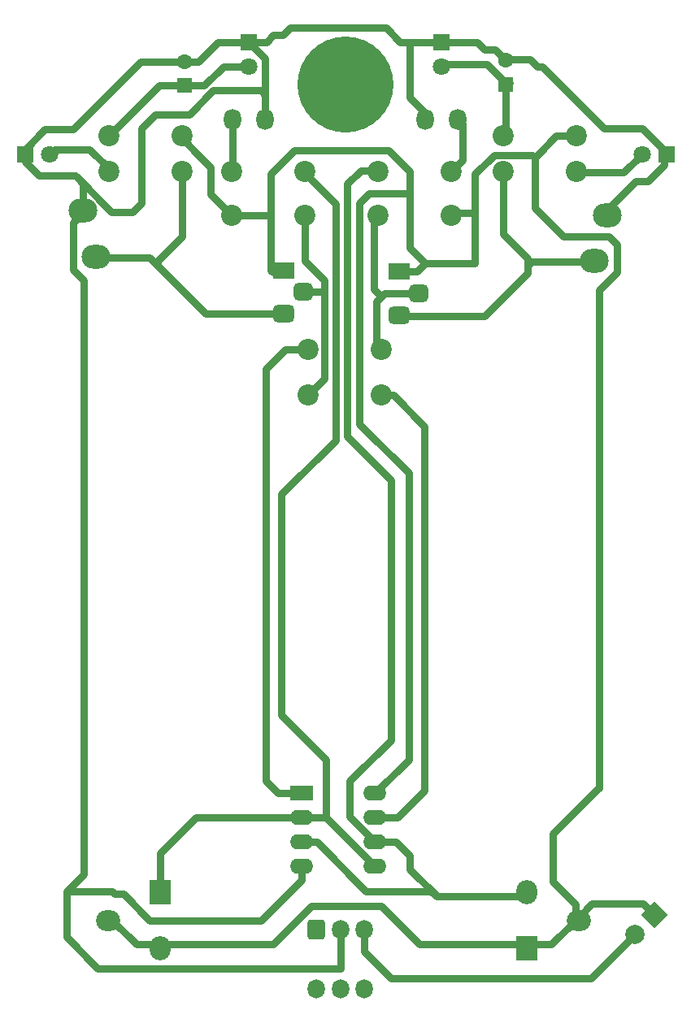
<source format=gbr>
%TF.GenerationSoftware,KiCad,Pcbnew,8.0.2*%
%TF.CreationDate,2024-05-30T02:19:43-04:00*%
%TF.ProjectId,Line-following-learn-to-solder-kit,4c696e65-2d66-46f6-9c6c-6f77696e672d,0*%
%TF.SameCoordinates,Original*%
%TF.FileFunction,Copper,L2,Bot*%
%TF.FilePolarity,Positive*%
%FSLAX46Y46*%
G04 Gerber Fmt 4.6, Leading zero omitted, Abs format (unit mm)*
G04 Created by KiCad (PCBNEW 8.0.2) date 2024-05-30 02:19:43*
%MOMM*%
%LPD*%
G01*
G04 APERTURE LIST*
G04 Aperture macros list*
%AMRoundRect*
0 Rectangle with rounded corners*
0 $1 Rounding radius*
0 $2 $3 $4 $5 $6 $7 $8 $9 X,Y pos of 4 corners*
0 Add a 4 corners polygon primitive as box body*
4,1,4,$2,$3,$4,$5,$6,$7,$8,$9,$2,$3,0*
0 Add four circle primitives for the rounded corners*
1,1,$1+$1,$2,$3*
1,1,$1+$1,$4,$5*
1,1,$1+$1,$6,$7*
1,1,$1+$1,$8,$9*
0 Add four rect primitives between the rounded corners*
20,1,$1+$1,$2,$3,$4,$5,0*
20,1,$1+$1,$4,$5,$6,$7,0*
20,1,$1+$1,$6,$7,$8,$9,0*
20,1,$1+$1,$8,$9,$2,$3,0*%
%AMRotRect*
0 Rectangle, with rotation*
0 The origin of the aperture is its center*
0 $1 length*
0 $2 width*
0 $3 Rotation angle, in degrees counterclockwise*
0 Add horizontal line*
21,1,$1,$2,0,0,$3*%
G04 Aperture macros list end*
%TA.AperFunction,SMDPad,CuDef*%
%ADD10O,3.000000X2.500000*%
%TD*%
%TA.AperFunction,ConnectorPad*%
%ADD11C,10.000000*%
%TD*%
%TA.AperFunction,ComponentPad*%
%ADD12C,5.400000*%
%TD*%
%TA.AperFunction,SMDPad,CuDef*%
%ADD13C,2.000000*%
%TD*%
%TA.AperFunction,SMDPad,CuDef*%
%ADD14RotRect,2.000000X2.000000X45.000000*%
%TD*%
%TA.AperFunction,ComponentPad*%
%ADD15O,1.800000X2.200000*%
%TD*%
%TA.AperFunction,ComponentPad*%
%ADD16R,2.400000X1.600000*%
%TD*%
%TA.AperFunction,ComponentPad*%
%ADD17O,2.400000X1.600000*%
%TD*%
%TA.AperFunction,ComponentPad*%
%ADD18C,2.200000*%
%TD*%
%TA.AperFunction,ComponentPad*%
%ADD19R,2.200000X1.800000*%
%TD*%
%TA.AperFunction,ComponentPad*%
%ADD20RoundRect,0.450000X-0.550000X0.450000X-0.550000X-0.450000X0.550000X-0.450000X0.550000X0.450000X0*%
%TD*%
%TA.AperFunction,ComponentPad*%
%ADD21RoundRect,0.450000X-0.650000X0.450000X-0.650000X-0.450000X0.650000X-0.450000X0.650000X0.450000X0*%
%TD*%
%TA.AperFunction,ComponentPad*%
%ADD22R,1.800000X1.800000*%
%TD*%
%TA.AperFunction,ComponentPad*%
%ADD23C,1.800000*%
%TD*%
%TA.AperFunction,ComponentPad*%
%ADD24RoundRect,0.225000X-0.675000X-0.775000X0.675000X-0.775000X0.675000X0.775000X-0.675000X0.775000X0*%
%TD*%
%TA.AperFunction,ComponentPad*%
%ADD25O,1.800000X2.000000*%
%TD*%
%TA.AperFunction,ComponentPad*%
%ADD26R,2.200000X2.500000*%
%TD*%
%TA.AperFunction,ComponentPad*%
%ADD27O,2.500000X2.200000*%
%TD*%
%TA.AperFunction,ComponentPad*%
%ADD28O,2.200000X2.500000*%
%TD*%
%TA.AperFunction,ComponentPad*%
%ADD29R,1.600000X1.600000*%
%TD*%
%TA.AperFunction,ComponentPad*%
%ADD30C,1.600000*%
%TD*%
%TA.AperFunction,Conductor*%
%ADD31C,0.800000*%
%TD*%
G04 APERTURE END LIST*
D10*
%TO.P,M2,2,-*%
%TO.N,Net-(M2--)*%
X116793717Y-82480000D03*
%TO.P,M2,1,+*%
%TO.N,Net-(D1-K)*%
X118090000Y-77730000D03*
%TD*%
%TO.P,M1,2,-*%
%TO.N,Net-(M1--)*%
X64826307Y-82050000D03*
%TO.P,M1,1,+*%
%TO.N,Net-(D1-K)*%
X63530000Y-77300000D03*
%TD*%
D11*
%TO.P,H1,1*%
%TO.N,N/C*%
X90820000Y-64140000D03*
D12*
X90820000Y-64140000D03*
%TD*%
D13*
%TO.P,BT1,2,-*%
%TO.N,Net-(BT1--)*%
X121012287Y-152682710D03*
D14*
%TO.P,BT1,1,+*%
%TO.N,Net-(BT1-+)*%
X123012287Y-150682710D03*
%TD*%
D15*
%TO.P,R14,1*%
%TO.N,Net-(R14-Pad1)*%
X79112287Y-67735210D03*
%TO.P,R14,2*%
%TO.N,Net-(D1-K)*%
X82512287Y-67735210D03*
%TD*%
%TO.P,R13,1*%
%TO.N,Net-(R13-Pad1)*%
X102562287Y-67735210D03*
%TO.P,R13,2*%
%TO.N,Net-(D1-K)*%
X99162287Y-67735210D03*
%TD*%
D16*
%TO.P,U1,1*%
%TO.N,Net-(R9-Pad2)*%
X86312287Y-137985210D03*
D17*
%TO.P,U1,2,-*%
%TO.N,Net-(U1A--)*%
X86312287Y-140525210D03*
%TO.P,U1,3,+*%
%TO.N,Net-(U1A-+)*%
X86312287Y-143065210D03*
%TO.P,U1,4,V-*%
%TO.N,Net-(D1-K)*%
X86312287Y-145605210D03*
%TO.P,U1,5,+*%
%TO.N,Net-(U1A--)*%
X93932287Y-145605210D03*
%TO.P,U1,6,-*%
%TO.N,Net-(U1A-+)*%
X93932287Y-143065210D03*
%TO.P,U1,7*%
%TO.N,Net-(R10-Pad1)*%
X93932287Y-140525210D03*
%TO.P,U1,8,V+*%
%TO.N,Net-(BT1-+)*%
X93932287Y-137985210D03*
%TD*%
D18*
%TO.P,R12,1*%
%TO.N,Net-(M1--)*%
X73812287Y-73235210D03*
%TO.P,R12,2*%
%TO.N,Net-(D2-A)*%
X66192287Y-73235210D03*
%TD*%
D19*
%TO.P,Q1,1,E*%
%TO.N,Net-(BT1-+)*%
X96420000Y-83640000D03*
D20*
%TO.P,Q1,2,B*%
%TO.N,Net-(Q1-B)*%
X98490000Y-85910000D03*
D21*
%TO.P,Q1,3,C*%
%TO.N,Net-(M2--)*%
X96420000Y-88140000D03*
%TD*%
D22*
%TO.P,D2,1,K*%
%TO.N,Net-(D1-K)*%
X57487287Y-71385210D03*
D23*
%TO.P,D2,2,A*%
%TO.N,Net-(D2-A)*%
X60027287Y-71385210D03*
%TD*%
D24*
%TO.P,SW1,1,A*%
%TO.N,unconnected-(SW1-A-Pad1)*%
X87812287Y-152185210D03*
D25*
%TO.P,SW1,2,B*%
%TO.N,Net-(D1-K)*%
X90312287Y-152185210D03*
%TO.P,SW1,3,C*%
%TO.N,Net-(BT1--)*%
X92812287Y-152185210D03*
%TO.P,SW1,4,A*%
%TO.N,unconnected-(SW1-A-Pad4)*%
X92812287Y-158385210D03*
%TO.P,SW1,5,B*%
%TO.N,unconnected-(SW1-B-Pad5)*%
X90312287Y-158385210D03*
%TO.P,SW1,6,C*%
%TO.N,unconnected-(SW1-C-Pad6)*%
X87812287Y-158385210D03*
%TD*%
D18*
%TO.P,R10,1*%
%TO.N,Net-(R10-Pad1)*%
X94562287Y-96485210D03*
%TO.P,R10,2*%
%TO.N,Net-(Q2-B)*%
X86942287Y-96485210D03*
%TD*%
%TO.P,R11,1*%
%TO.N,Net-(M2--)*%
X107252287Y-73235210D03*
%TO.P,R11,2*%
%TO.N,Net-(D1-A)*%
X114872287Y-73235210D03*
%TD*%
%TO.P,R3,1*%
%TO.N,Net-(Q1-B)*%
X94252287Y-77735210D03*
%TO.P,R3,2*%
%TO.N,Net-(BT1-+)*%
X101872287Y-77735210D03*
%TD*%
D26*
%TO.P,R1,1,1*%
%TO.N,Net-(BT1-+)*%
X109774787Y-154135210D03*
D27*
%TO.P,R1,2,2*%
X115174787Y-151235210D03*
D28*
%TO.P,R1,3,3*%
%TO.N,Net-(U1A-+)*%
X109774787Y-148335210D03*
%TD*%
D21*
%TO.P,Q2,3,C*%
%TO.N,Net-(M1--)*%
X84400000Y-87985210D03*
D20*
%TO.P,Q2,2,B*%
%TO.N,Net-(Q2-B)*%
X86470000Y-85755210D03*
D19*
%TO.P,Q2,1,E*%
%TO.N,Net-(BT1-+)*%
X84400000Y-83485210D03*
%TD*%
D18*
%TO.P,R9,1*%
%TO.N,Net-(Q1-B)*%
X94562287Y-91735210D03*
%TO.P,R9,2*%
%TO.N,Net-(R9-Pad2)*%
X86942287Y-91735210D03*
%TD*%
%TO.P,R4,1*%
%TO.N,Net-(BT1-+)*%
X79002287Y-77735210D03*
%TO.P,R4,2*%
%TO.N,Net-(Q2-B)*%
X86622287Y-77735210D03*
%TD*%
D26*
%TO.P,R2,1,1*%
%TO.N,Net-(U1A--)*%
X71562287Y-148335210D03*
D27*
%TO.P,R2,2,2*%
%TO.N,Net-(BT1-+)*%
X66162287Y-151235210D03*
D28*
%TO.P,R2,3,3*%
X71562287Y-154135210D03*
%TD*%
D29*
%TO.P,C2,1*%
%TO.N,Net-(D5-A)*%
X74080000Y-64230000D03*
D30*
%TO.P,C2,2*%
%TO.N,Net-(D1-K)*%
X74080000Y-61730000D03*
%TD*%
D18*
%TO.P,R8,1*%
%TO.N,Net-(U1A--)*%
X86622287Y-73235210D03*
%TO.P,R8,2*%
%TO.N,Net-(R14-Pad1)*%
X79002287Y-73235210D03*
%TD*%
%TO.P,R5,1*%
%TO.N,Net-(D4-A)*%
X107252287Y-69485210D03*
%TO.P,R5,2*%
%TO.N,Net-(BT1-+)*%
X114872287Y-69485210D03*
%TD*%
D29*
%TO.P,C1,1*%
%TO.N,Net-(D4-A)*%
X107550000Y-64110000D03*
D30*
%TO.P,C1,2*%
%TO.N,Net-(D1-K)*%
X107550000Y-61610000D03*
%TD*%
D22*
%TO.P,D1,1,K*%
%TO.N,Net-(D1-K)*%
X124262287Y-71385210D03*
D23*
%TO.P,D1,2,A*%
%TO.N,Net-(D1-A)*%
X121722287Y-71385210D03*
%TD*%
D18*
%TO.P,R6,1*%
%TO.N,Net-(D5-A)*%
X66192287Y-69485210D03*
%TO.P,R6,2*%
%TO.N,Net-(BT1-+)*%
X73812287Y-69485210D03*
%TD*%
%TO.P,R7,1*%
%TO.N,Net-(U1A-+)*%
X94252287Y-73235210D03*
%TO.P,R7,2*%
%TO.N,Net-(R13-Pad1)*%
X101872287Y-73235210D03*
%TD*%
D23*
%TO.P,D4,2,A*%
%TO.N,Net-(D4-A)*%
X100862287Y-62235210D03*
D22*
%TO.P,D4,1,K*%
%TO.N,Net-(D1-K)*%
X100862287Y-59695210D03*
%TD*%
D23*
%TO.P,D5,2,A*%
%TO.N,Net-(D5-A)*%
X80812287Y-62235210D03*
D22*
%TO.P,D5,1,K*%
%TO.N,Net-(D1-K)*%
X80812287Y-59695210D03*
%TD*%
D31*
%TO.N,Net-(D1-K)*%
X117812287Y-68735210D02*
X121723748Y-68735210D01*
X111312287Y-62235210D02*
X117812287Y-68735210D01*
X107440000Y-61485210D02*
X110062287Y-61485210D01*
X124262287Y-71273749D02*
X124262287Y-71385210D01*
X110062287Y-61485210D02*
X110812287Y-62235210D01*
X110812287Y-62235210D02*
X111312287Y-62235210D01*
X106440000Y-60485210D02*
X107440000Y-61485210D01*
X105312287Y-60485210D02*
X106440000Y-60485210D01*
X104562287Y-59735210D02*
X105312287Y-60485210D01*
X100902287Y-59735210D02*
X104562287Y-59735210D01*
X100862287Y-59695210D02*
X100902287Y-59735210D01*
X121723748Y-68735210D02*
X124262287Y-71273749D01*
X124062287Y-71585210D02*
X124262287Y-71385210D01*
X124062287Y-72485210D02*
X124062287Y-71585210D01*
X122312287Y-74235210D02*
X124062287Y-72485210D01*
X121062287Y-74235210D02*
X122312287Y-74235210D01*
X117562287Y-77735210D02*
X121062287Y-74235210D01*
%TO.N,Net-(D1-A)*%
X121722287Y-71385211D02*
X121722287Y-71385210D01*
X119822288Y-73285210D02*
X121722287Y-71385211D01*
X114872287Y-73285210D02*
X119822288Y-73285210D01*
%TO.N,Net-(D1-K)*%
X62680000Y-73580000D02*
X62805000Y-73705000D01*
X58930000Y-73580000D02*
X62680000Y-73580000D01*
X57487287Y-72137287D02*
X58930000Y-73580000D01*
X57487287Y-71385210D02*
X57487287Y-72137287D01*
X63530000Y-74430000D02*
X62805000Y-73705000D01*
X63530000Y-77300000D02*
X63530000Y-74430000D01*
X63600000Y-84500000D02*
X63600000Y-146447497D01*
X63600000Y-146447497D02*
X61812287Y-148235210D01*
X62500000Y-78530000D02*
X62500000Y-83400000D01*
X63730000Y-77300000D02*
X62500000Y-78530000D01*
X62500000Y-83400000D02*
X63600000Y-84500000D01*
X57487287Y-70885210D02*
X57487287Y-71385210D01*
X59542497Y-68830000D02*
X57487287Y-70885210D01*
X62467497Y-68830000D02*
X59542497Y-68830000D01*
X69527497Y-61770000D02*
X62467497Y-68830000D01*
X75527497Y-61770000D02*
X69527497Y-61770000D01*
X77602287Y-59695210D02*
X75527497Y-61770000D01*
X80812287Y-59695210D02*
X77602287Y-59695210D01*
%TO.N,Net-(D2-A)*%
X64192287Y-70885210D02*
X66192287Y-72885210D01*
X60527287Y-70885210D02*
X64192287Y-70885210D01*
X60027287Y-71385210D02*
X60527287Y-70885210D01*
%TO.N,Net-(BT1-+)*%
X97562287Y-81155210D02*
X99142287Y-82735210D01*
X97562287Y-75985210D02*
X97562287Y-81155210D01*
X96874790Y-83585210D02*
X96820000Y-83640000D01*
X98292287Y-83585210D02*
X96874790Y-83585210D01*
%TO.N,Net-(M2--)*%
X96915210Y-88235210D02*
X96820000Y-88140000D01*
X105312287Y-88235210D02*
X96915210Y-88235210D01*
X109812287Y-83735210D02*
X105312287Y-88235210D01*
X109812287Y-82985210D02*
X109812287Y-83735210D01*
%TO.N,Net-(Q1-B)*%
X94887497Y-85910000D02*
X98090000Y-85910000D01*
X94562287Y-86235210D02*
X94887497Y-85910000D01*
X93820000Y-77857497D02*
X94192287Y-77485210D01*
X93820000Y-85492923D02*
X93820000Y-77857497D01*
X94562287Y-86235210D02*
X93820000Y-85492923D01*
X94070000Y-86727497D02*
X94562287Y-86235210D01*
X94070000Y-91242923D02*
X94070000Y-86727497D01*
X94562287Y-91735210D02*
X94070000Y-91242923D01*
%TO.N,Net-(Q2-B)*%
X88452287Y-85755210D02*
X88642287Y-85565210D01*
X86070000Y-85755210D02*
X88452287Y-85755210D01*
X88642287Y-84532287D02*
X86622287Y-82512287D01*
X88642287Y-85565210D02*
X88642287Y-84532287D01*
X86622287Y-82512287D02*
X86622287Y-77735210D01*
%TO.N,Net-(D4-A)*%
X107562287Y-69175210D02*
X107252287Y-69485210D01*
X107562287Y-64385210D02*
X107562287Y-69175210D01*
X107562287Y-63985210D02*
X107962287Y-63985210D01*
X107962287Y-63985210D02*
X107562287Y-64385210D01*
X105562287Y-61985210D02*
X107562287Y-63985210D01*
X100862287Y-62235210D02*
X101112287Y-61985210D01*
X101112287Y-61985210D02*
X105562287Y-61985210D01*
%TO.N,Net-(R13-Pad1)*%
X102562287Y-68450000D02*
X102562287Y-67735210D01*
X103062287Y-68235210D02*
X103062287Y-72045210D01*
X102562287Y-67735210D02*
X103062287Y-68235210D01*
X103062287Y-72045210D02*
X101872287Y-73235210D01*
%TO.N,Net-(D1-K)*%
X97562287Y-65485210D02*
X99162287Y-67085210D01*
X99162287Y-67085210D02*
X99162287Y-67735210D01*
X97562287Y-59735210D02*
X97562287Y-65485210D01*
X101522287Y-59735210D02*
X101562287Y-59695210D01*
X97562287Y-59735210D02*
X101522287Y-59735210D01*
X100862287Y-59685210D02*
X100862287Y-59695210D01*
X101062287Y-59485210D02*
X100862287Y-59685210D01*
%TO.N,Net-(D5-A)*%
X76153283Y-64230000D02*
X71447497Y-64230000D01*
X78148073Y-62235210D02*
X76153283Y-64230000D01*
X80812287Y-62235210D02*
X78148073Y-62235210D01*
X71447497Y-64230000D02*
X66192287Y-69485210D01*
%TO.N,Net-(BT1-+)*%
X110562287Y-76985210D02*
X110562287Y-71735210D01*
X118312287Y-79985210D02*
X113562287Y-79985210D01*
X119140000Y-80812923D02*
X118312287Y-79985210D01*
X117290000Y-137450000D02*
X117290000Y-85557497D01*
X117290000Y-85557497D02*
X119140000Y-83707497D01*
X112440000Y-142160000D02*
X117150000Y-137450000D01*
X119140000Y-83707497D02*
X119140000Y-80812923D01*
X113562287Y-79985210D02*
X110562287Y-76985210D01*
X112440000Y-147190000D02*
X112440000Y-142160000D01*
X117150000Y-137450000D02*
X117290000Y-137450000D01*
X114774787Y-149524787D02*
X112440000Y-147190000D01*
X114774787Y-151235210D02*
X114774787Y-149524787D01*
%TO.N,Net-(U1A--)*%
X84180000Y-129800000D02*
X88852287Y-134472287D01*
X88852287Y-134472287D02*
X88852287Y-140525210D01*
X84180000Y-106830000D02*
X84180000Y-129800000D01*
X89812287Y-101197713D02*
X84180000Y-106830000D01*
X89812287Y-76615210D02*
X89812287Y-101197713D01*
X86682287Y-73485210D02*
X89812287Y-76615210D01*
%TO.N,Net-(U1A-+)*%
X95600000Y-105340000D02*
X95600000Y-132447497D01*
X91062288Y-100802288D02*
X95600000Y-105340000D01*
X91062288Y-74485209D02*
X91062288Y-100802288D01*
X91312287Y-136735210D02*
X91312287Y-140445210D01*
X91312287Y-140445210D02*
X93932287Y-143065210D01*
X94252287Y-73085210D02*
X92462287Y-73085210D01*
X92462287Y-73085210D02*
X91062288Y-74485209D01*
X95600000Y-132447497D02*
X91312287Y-136735210D01*
%TO.N,Net-(BT1-+)*%
X97430000Y-134487497D02*
X93932287Y-137985210D01*
X97430000Y-104602923D02*
X97430000Y-134487497D01*
X92312287Y-76485210D02*
X92312287Y-99485210D01*
X93312287Y-75485210D02*
X92312287Y-76485210D01*
X97562287Y-75985210D02*
X97562287Y-75485210D01*
X97562287Y-75485210D02*
X93312287Y-75485210D01*
X92312287Y-99485210D02*
X97430000Y-104602923D01*
%TO.N,Net-(R10-Pad1)*%
X99090000Y-137707497D02*
X99090000Y-99762923D01*
X95812287Y-96485210D02*
X94372287Y-96485210D01*
X96272287Y-140525210D02*
X99090000Y-137707497D01*
X99090000Y-99762923D02*
X95812287Y-96485210D01*
X93932287Y-140525210D02*
X96272287Y-140525210D01*
%TO.N,Net-(M2--)*%
X116712287Y-82585210D02*
X116812287Y-82485210D01*
X110212287Y-82585210D02*
X116712287Y-82585210D01*
X109812287Y-82985210D02*
X110212287Y-82585210D01*
%TO.N,Net-(M1--)*%
X71562287Y-83235210D02*
X70462287Y-82135210D01*
X70462287Y-82135210D02*
X64312287Y-82135210D01*
%TO.N,Net-(U1A--)*%
X75272287Y-140525210D02*
X86312287Y-140525210D01*
X71562287Y-144235210D02*
X75272287Y-140525210D01*
X71562287Y-148735210D02*
X71562287Y-144235210D01*
%TO.N,Net-(U1A-+)*%
X96142287Y-143065210D02*
X93932287Y-143065210D01*
X97562287Y-144485210D02*
X96142287Y-143065210D01*
X97562287Y-145885210D02*
X97562287Y-144485210D01*
X100312287Y-148735210D02*
X100312287Y-148635210D01*
X100312287Y-148635210D02*
X97562287Y-145885210D01*
X93012287Y-148185210D02*
X87892287Y-143065210D01*
X99762287Y-148185210D02*
X93012287Y-148185210D01*
X100312287Y-148735210D02*
X99762287Y-148185210D01*
X87892287Y-143065210D02*
X86312287Y-143065210D01*
%TO.N,Net-(D1-K)*%
X82512287Y-61395210D02*
X80812287Y-59695210D01*
X82512287Y-67735210D02*
X82512287Y-61395210D01*
X96562287Y-59735210D02*
X97562287Y-59735210D01*
X85062287Y-58235210D02*
X95062287Y-58235210D01*
X84312287Y-58985210D02*
X85062287Y-58235210D01*
X83312287Y-58985210D02*
X84312287Y-58985210D01*
X95062287Y-58235210D02*
X96562287Y-59735210D01*
X82602287Y-59695210D02*
X83312287Y-58985210D01*
X80812287Y-59695210D02*
X82602287Y-59695210D01*
%TO.N,Net-(R14-Pad1)*%
X79112287Y-73125210D02*
X79002287Y-73235210D01*
X79112287Y-67735210D02*
X79112287Y-73125210D01*
X78312287Y-72735210D02*
X79062287Y-73485210D01*
%TO.N,Net-(BT1-+)*%
X104312287Y-73485210D02*
X104312287Y-77485210D01*
X110312287Y-71485210D02*
X106312287Y-71485210D01*
X110562287Y-71735210D02*
X110312287Y-71485210D01*
X106312287Y-71485210D02*
X104312287Y-73485210D01*
%TO.N,Net-(M2--)*%
X107252287Y-79675210D02*
X107252287Y-73285210D01*
X109812287Y-82235210D02*
X107252287Y-79675210D01*
X109812287Y-82985210D02*
X109812287Y-82235210D01*
%TO.N,Net-(R9-Pad2)*%
X84562287Y-91735210D02*
X86942287Y-91735210D01*
X82562287Y-93735210D02*
X84562287Y-91735210D01*
X83812287Y-137985210D02*
X82562287Y-136735210D01*
X86312287Y-137985210D02*
X83812287Y-137985210D01*
X82562287Y-136735210D02*
X82562287Y-93735210D01*
%TO.N,Net-(Q2-B)*%
X88642287Y-94785210D02*
X88642287Y-85565210D01*
X86752287Y-96485210D02*
X86942287Y-96485210D01*
X86942287Y-96485210D02*
X88642287Y-94785210D01*
%TO.N,Net-(BT1-+)*%
X85562287Y-70985210D02*
X95312287Y-70985210D01*
X97562287Y-73235210D02*
X97562287Y-75985210D01*
X83062287Y-73485210D02*
X85562287Y-70985210D01*
X95312287Y-70985210D02*
X97562287Y-73235210D01*
X83062287Y-77735210D02*
X83062287Y-73485210D01*
%TO.N,Net-(BT1--)*%
X92812287Y-154485210D02*
X92812287Y-152585210D01*
X121012287Y-152682710D02*
X116459787Y-157235210D01*
X95562287Y-157235210D02*
X92812287Y-154485210D01*
X116459787Y-157235210D02*
X95562287Y-157235210D01*
%TO.N,Net-(BT1-+)*%
X116524787Y-149485210D02*
X114774787Y-151235210D01*
X104312287Y-77485210D02*
X101812287Y-77485210D01*
X114812287Y-151485210D02*
X115562287Y-151485210D01*
X79002287Y-77735210D02*
X76812287Y-75545210D01*
X110812287Y-71485210D02*
X110712287Y-71585210D01*
X112274787Y-153735210D02*
X114774787Y-151235210D01*
X69062287Y-153735210D02*
X66562287Y-151235210D01*
X93932287Y-137985210D02*
X93932287Y-137865210D01*
X121814787Y-149485210D02*
X119062287Y-149485210D01*
X104312287Y-77485210D02*
X104312287Y-82735210D01*
X110812287Y-71485210D02*
X112812287Y-69485210D01*
X119062287Y-149485210D02*
X116524787Y-149485210D01*
X76812287Y-75545210D02*
X76812287Y-72735210D01*
X83062287Y-77735210D02*
X83062287Y-83485210D01*
X123012287Y-150682710D02*
X121814787Y-149485210D01*
X76812287Y-72735210D02*
X75562287Y-71485210D01*
X110562287Y-71735210D02*
X110812287Y-71485210D01*
X75562287Y-71475210D02*
X73972287Y-69885210D01*
X109774787Y-153735210D02*
X112274787Y-153735210D01*
X98562287Y-153735210D02*
X109774787Y-153735210D01*
X99142287Y-82735210D02*
X98292287Y-83585210D01*
X104312287Y-82735210D02*
X99142287Y-82735210D01*
X71562287Y-153735210D02*
X69062287Y-153735210D01*
X83062287Y-83485210D02*
X83292287Y-83715210D01*
X112812287Y-69485210D02*
X114872287Y-69485210D01*
X71562287Y-153735210D02*
X83312287Y-153735210D01*
X83062287Y-77735210D02*
X79002287Y-77735210D01*
X87312287Y-149735210D02*
X94562287Y-149735210D01*
X83312287Y-153735210D02*
X87312287Y-149735210D01*
X94562287Y-149735210D02*
X98562287Y-153735210D01*
X75562287Y-71485210D02*
X75562287Y-71475210D01*
%TO.N,Net-(D1-K)*%
X66812287Y-148485210D02*
X67716450Y-148485210D01*
X66562287Y-148235210D02*
X66812287Y-148485210D01*
X70466450Y-151235210D02*
X82062287Y-151235210D01*
X82062287Y-151235210D02*
X86312287Y-146985210D01*
X67716450Y-148485210D02*
X70466450Y-151235210D01*
X61812287Y-152985210D02*
X61812287Y-148235210D01*
X61812287Y-148235210D02*
X66562287Y-148235210D01*
X90312287Y-152585210D02*
X90312287Y-156235210D01*
X90312287Y-156235210D02*
X65062287Y-156235210D01*
X86312287Y-146985210D02*
X86312287Y-145605210D01*
X65062287Y-156235210D02*
X61812287Y-152985210D01*
%TO.N,Net-(U1A-+)*%
X109774787Y-148735210D02*
X100312287Y-148735210D01*
%TO.N,Net-(U1A--)*%
X88852287Y-140525210D02*
X86312287Y-140525210D01*
X93932287Y-145605210D02*
X88852287Y-140525210D01*
%TO.N,Net-(R13-Pad1)*%
X101962287Y-73085210D02*
X101872287Y-73085210D01*
%TO.N,Net-(M1--)*%
X76312287Y-87985210D02*
X71312287Y-82985210D01*
X83542287Y-87985210D02*
X76312287Y-87985210D01*
X71312287Y-82985210D02*
X71312287Y-82485210D01*
X71312287Y-82485210D02*
X73812287Y-79985210D01*
X73812287Y-79985210D02*
X73812287Y-72885210D01*
%TO.N,Net-(D1-K)*%
X82512287Y-65235210D02*
X82512287Y-67735210D01*
X82012287Y-64735210D02*
X82512287Y-65235210D01*
X69562287Y-68735210D02*
X71062287Y-67235210D01*
X74562287Y-67235210D02*
X77062287Y-64735210D01*
X69562287Y-76485210D02*
X69562287Y-68735210D01*
X71062287Y-67235210D02*
X74562287Y-67235210D01*
X77062287Y-64735210D02*
X82012287Y-64735210D01*
X68662287Y-77385210D02*
X69562287Y-76485210D01*
X66485210Y-77385210D02*
X68662287Y-77385210D01*
X62805000Y-73705000D02*
X66485210Y-77385210D01*
%TD*%
M02*

</source>
